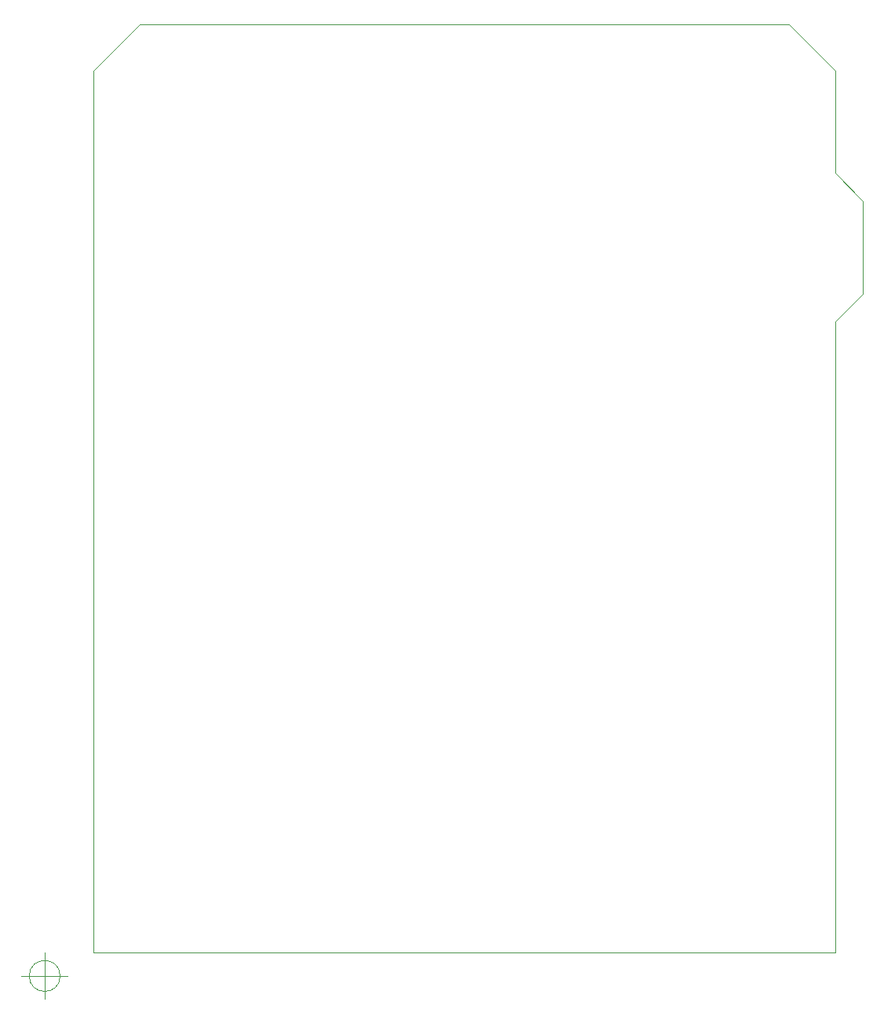
<source format=gbr>
%TF.GenerationSoftware,KiCad,Pcbnew,(6.0.6)*%
%TF.CreationDate,2022-11-03T15:56:01+01:00*%
%TF.ProjectId,Wasbeer-communicator,57617362-6565-4722-9d63-6f6d6d756e69,rev?*%
%TF.SameCoordinates,Original*%
%TF.FileFunction,Profile,NP*%
%FSLAX46Y46*%
G04 Gerber Fmt 4.6, Leading zero omitted, Abs format (unit mm)*
G04 Created by KiCad (PCBNEW (6.0.6)) date 2022-11-03 15:56:01*
%MOMM*%
%LPD*%
G01*
G04 APERTURE LIST*
%TA.AperFunction,Profile*%
%ADD10C,0.100000*%
%TD*%
G04 APERTURE END LIST*
D10*
X170000000Y-50000000D02*
X170000000Y-61000000D01*
X173000000Y-64000000D01*
X173000000Y-74000000D01*
X170000000Y-77000000D01*
X170000000Y-145000000D01*
X90000000Y-145000000D01*
X90000000Y-50000000D01*
X95000000Y-45000000D01*
X165000000Y-45000000D01*
X170000000Y-50000000D01*
X86416666Y-147500000D02*
G75*
G03*
X86416666Y-147500000I-1666666J0D01*
G01*
X82250000Y-147500000D02*
X87250000Y-147500000D01*
X84750000Y-145000000D02*
X84750000Y-150000000D01*
M02*

</source>
